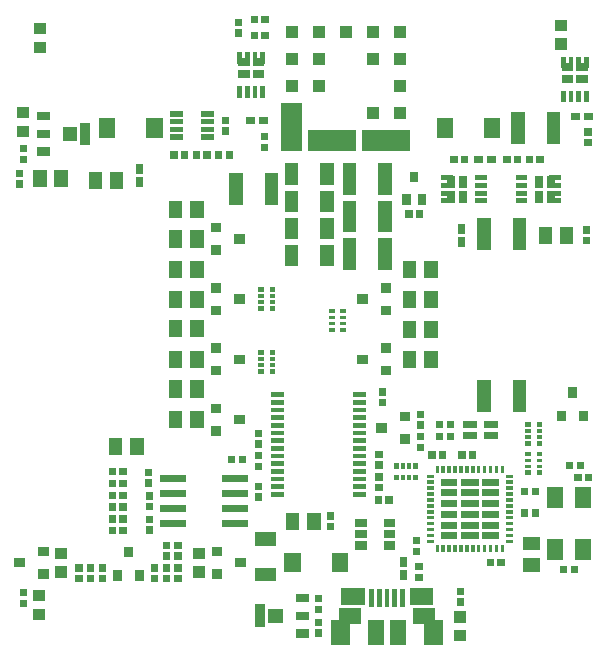
<source format=gbr>
G04 start of page 12 for group -4015 idx -4015 *
G04 Title: (unknown), toppaste *
G04 Creator: pcb 20140316 *
G04 CreationDate: Wed 10 Jul 2019 18:35:36 GMT UTC *
G04 For: kier *
G04 Format: Gerber/RS-274X *
G04 PCB-Dimensions (mil): 2755.91 2913.39 *
G04 PCB-Coordinate-Origin: lower left *
%MOIN*%
%FSLAX25Y25*%
%LNTOPPASTE*%
%ADD166R,0.0575X0.0575*%
%ADD165R,0.0531X0.0531*%
%ADD164R,0.0640X0.0640*%
%ADD163R,0.0541X0.0541*%
%ADD162R,0.0315X0.0315*%
%ADD161R,0.0236X0.0236*%
%ADD160R,0.0118X0.0118*%
%ADD159R,0.0177X0.0177*%
%ADD158R,0.0354X0.0354*%
%ADD157R,0.0697X0.0697*%
%ADD156C,0.0001*%
%ADD155R,0.0157X0.0157*%
%ADD154R,0.0276X0.0276*%
%ADD153R,0.0374X0.0374*%
%ADD152R,0.0551X0.0551*%
%ADD151R,0.0453X0.0453*%
%ADD150R,0.0244X0.0244*%
G54D150*X162791Y88583D02*X162799D01*
X166335D02*X166343D01*
X162992Y100201D02*Y100193D01*
Y103744D02*Y103736D01*
Y96264D02*Y96256D01*
Y92720D02*Y92713D01*
X164173Y124610D02*Y124602D01*
Y121067D02*Y121059D01*
G54D151*X209449Y215650D02*Y209547D01*
X221260Y215650D02*Y209547D01*
G54D152*X200787Y213071D02*Y212126D01*
X185039Y213071D02*Y212126D01*
G54D153*X223524Y246850D02*X223720D01*
X223524Y240551D02*X223720D01*
X49902Y239370D02*X50098D01*
X49902Y245669D02*X50098D01*
G54D150*X205705Y201969D02*X205713D01*
X209248D02*X209256D01*
X176571Y183858D02*X176579D01*
X173028D02*X173035D01*
G54D154*X172244Y189173D02*Y188386D01*
X177362Y189173D02*Y188386D01*
X174803Y196654D02*Y195866D01*
G54D150*X216728Y201969D02*X216736D01*
X213185D02*X213193D01*
G54D155*X195827Y188287D02*X198150D01*
X195827Y190846D02*X198150D01*
X195827Y193406D02*X198150D01*
X195827Y195965D02*X198150D01*
X184528D02*X186850D01*
X184528Y193406D02*X186850D01*
X184528Y190846D02*X186850D01*
X184528Y188287D02*X186850D01*
G54D154*X191161Y190236D02*Y189104D01*
Y195148D02*Y194016D01*
X187126Y190236D02*Y189104D01*
Y195148D02*Y194016D01*
G54D155*X209331Y195965D02*X211654D01*
X209331Y193406D02*X211654D01*
X209331Y190846D02*X211654D01*
X209331Y188287D02*X211654D01*
X220630D02*X222953D01*
X220630Y190846D02*X222953D01*
X220630Y193406D02*X222953D01*
X220630Y195965D02*X222953D01*
G54D154*X216319Y195148D02*Y194016D01*
Y190236D02*Y189104D01*
X220354Y195148D02*Y194016D01*
Y190236D02*Y189104D01*
G54D150*X232677Y207681D02*Y207673D01*
Y211224D02*Y211217D01*
G54D155*X224508Y224252D02*Y221929D01*
X227067Y224252D02*Y221929D01*
X229626Y224252D02*Y221929D01*
X232185Y224252D02*Y221929D01*
Y235551D02*Y233228D01*
X229626Y235551D02*Y233228D01*
X227067Y235551D02*Y233228D01*
X224508Y235551D02*Y233228D01*
G54D154*X225325Y228917D02*X226457D01*
X230236D02*X231368D01*
X225325Y232953D02*X226457D01*
X230236D02*X231368D01*
G54D150*X124803Y206106D02*Y206098D01*
Y209650D02*Y209642D01*
X124996Y248819D02*X125004D01*
X121453D02*X121461D01*
X121453Y243307D02*X121461D01*
X124996D02*X125004D01*
X116142Y247839D02*Y247831D01*
Y244295D02*Y244287D01*
G54D156*G36*
X167933Y246476D02*Y242500D01*
X171909D01*
Y246476D01*
X167933D01*
G37*
G36*
X158917D02*Y242500D01*
X162894D01*
Y246476D01*
X158917D01*
G37*
G36*
X149902D02*Y242500D01*
X153878D01*
Y246476D01*
X149902D01*
G37*
G36*
X140925D02*Y242500D01*
X144902D01*
Y246476D01*
X140925D01*
G37*
G36*
X131909D02*Y242500D01*
X135886D01*
Y246476D01*
X131909D01*
G37*
G36*
X167933Y237461D02*Y233484D01*
X171909D01*
Y237461D01*
X167933D01*
G37*
G36*
X158917D02*Y233484D01*
X162894D01*
Y237461D01*
X158917D01*
G37*
G36*
X140925D02*Y233484D01*
X144902D01*
Y237461D01*
X140925D01*
G37*
G36*
X131909D02*Y233484D01*
X135886D01*
Y237461D01*
X131909D01*
G37*
G36*
X167933Y228445D02*Y224469D01*
X171909D01*
Y228445D01*
X167933D01*
G37*
G36*
X140925D02*Y224469D01*
X144902D01*
Y228445D01*
X140925D01*
G37*
G36*
X131909D02*Y224469D01*
X135886D01*
Y228445D01*
X131909D01*
G37*
G36*
X167933Y219469D02*Y215492D01*
X171909D01*
Y219469D01*
X167933D01*
G37*
G36*
X158917D02*Y215492D01*
X162894D01*
Y219469D01*
X158917D01*
G37*
G54D157*X160866Y208465D02*X169921D01*
X142874D02*X151929D01*
X133898Y217480D02*Y208425D01*
G54D150*X44488Y202169D02*Y202161D01*
Y205713D02*Y205705D01*
G54D153*X44390Y217717D02*X44587D01*
X44390Y211417D02*X44587D01*
G54D154*X50295Y216535D02*X51870D01*
X50295Y210630D02*X51870D01*
X50295Y204724D02*X51870D01*
G54D158*X65059Y212598D02*Y208661D01*
G54D156*G36*
X57579Y212992D02*Y208268D01*
X62303D01*
Y212992D01*
X57579D01*
G37*
G54D159*X104626Y209547D02*X107185D01*
X104626Y212106D02*X107185D01*
X104626Y214665D02*X107185D01*
X104626Y217224D02*X107185D01*
X94390Y209547D02*X96949D01*
X94390Y212106D02*X96949D01*
X94390Y214665D02*X96949D01*
X94390Y217224D02*X96949D01*
G54D152*X88189Y213071D02*Y212126D01*
X72441Y213071D02*Y212126D01*
G54D155*X116634Y225827D02*Y223504D01*
X119193Y225827D02*Y223504D01*
X121752Y225827D02*Y223504D01*
X124311Y225827D02*Y223504D01*
Y237126D02*Y234803D01*
X121752Y237126D02*Y234803D01*
X119193Y237126D02*Y234803D01*
X116634Y237126D02*Y234803D01*
G54D154*X117451Y230492D02*X118583D01*
X122362D02*X123494D01*
X117451Y234528D02*X118583D01*
X122362D02*X123494D01*
G54D155*X127756Y123720D02*X130512D01*
X127756Y121161D02*X130512D01*
X127756Y118602D02*X130512D01*
X127756Y116043D02*X130512D01*
X127756Y113484D02*X130512D01*
X127756Y110925D02*X130512D01*
X127756Y108366D02*X130512D01*
X127756Y105807D02*X130512D01*
X127756Y103248D02*X130512D01*
X127756Y100689D02*X130512D01*
X127756Y98130D02*X130512D01*
X127756Y95571D02*X130512D01*
X127756Y93012D02*X130512D01*
X127756Y90453D02*X130512D01*
X155315Y123720D02*X158071D01*
X155315Y121161D02*X158071D01*
X155315Y118602D02*X158071D01*
X155315Y116043D02*X158071D01*
X155315Y113484D02*X158071D01*
X155315Y110925D02*X158071D01*
X155315Y108366D02*X158071D01*
X155315Y105807D02*X158071D01*
X155315Y103248D02*X158071D01*
X155315Y100689D02*X158071D01*
X155315Y98130D02*X158071D01*
X155315Y95571D02*X158071D01*
X155315Y93012D02*X158071D01*
X155315Y90453D02*X158071D01*
X147047Y151575D02*X147441D01*
G54D160*X146850Y149409D02*X147638D01*
X146850Y147441D02*X147638D01*
G54D155*X147047Y145276D02*X147441D01*
X150984Y151575D02*X151378D01*
G54D160*X150787Y149409D02*X151575D01*
X150787Y147441D02*X151575D01*
G54D155*X150984Y145276D02*X151378D01*
G54D150*X187988Y201969D02*X187996D01*
X191531D02*X191539D01*
G54D161*X200197D02*X200984D01*
X195866D02*X196654D01*
X228150Y216535D02*X228937D01*
X232480D02*X233268D01*
X119882Y214961D02*X120669D01*
X124213D02*X125000D01*
G54D155*X127362Y131496D02*X127756D01*
G54D160*X127165Y133661D02*X127953D01*
X127165Y135630D02*X127953D01*
G54D155*X127362Y137795D02*X127756D01*
X123425Y131496D02*X123819D01*
G54D160*X123228Y133661D02*X124016D01*
X123228Y135630D02*X124016D01*
G54D155*X123425Y137795D02*X123819D01*
X127362Y152362D02*X127756D01*
G54D160*X127165Y154528D02*X127953D01*
X127165Y156496D02*X127953D01*
G54D155*X127362Y158661D02*X127756D01*
X123425Y152362D02*X123819D01*
G54D160*X123228Y154528D02*X124016D01*
X123228Y156496D02*X124016D01*
G54D155*X123425Y158661D02*X123819D01*
G54D150*X122835Y110831D02*Y110823D01*
Y107287D02*Y107280D01*
Y99807D02*Y99799D01*
Y103350D02*Y103343D01*
G54D151*X145669Y171358D02*Y168799D01*
X133858Y171358D02*Y168799D01*
X145669Y180413D02*Y177854D01*
X133858Y180413D02*Y177854D01*
X145669Y189469D02*Y186909D01*
X133858Y189469D02*Y186909D01*
X145669Y198524D02*Y195965D01*
X133858Y198524D02*Y195965D01*
X153150Y186122D02*Y180020D01*
X164961Y186122D02*Y180020D01*
X153150Y198720D02*Y192618D01*
X164961Y198720D02*Y192618D01*
X153150Y173524D02*Y167421D01*
X164961Y173524D02*Y167421D01*
G54D150*X111811Y211618D02*Y211610D01*
Y215161D02*Y215154D01*
G54D151*X209843Y126280D02*Y120177D01*
X198031Y126280D02*Y120177D01*
G54D161*X190551Y175000D02*Y174213D01*
Y179331D02*Y178543D01*
G54D150*X232283Y175004D02*Y174996D01*
Y178547D02*Y178539D01*
G54D151*X218504Y177362D02*Y176181D01*
X225591Y177362D02*Y176181D01*
X209843Y180217D02*Y174114D01*
X198031Y180217D02*Y174114D01*
G54D162*X165157Y131693D02*X165551D01*
X165157Y139173D02*X165551D01*
X157283Y135433D02*X157677D01*
X165157Y151772D02*X165551D01*
X165157Y159252D02*X165551D01*
X157283Y155512D02*X157677D01*
G54D151*X173228Y136024D02*Y134843D01*
X180315Y136024D02*Y134843D01*
X173228Y145866D02*Y144685D01*
X180315Y145866D02*Y144685D01*
X173228Y156102D02*Y154921D01*
X180315Y156102D02*Y154921D01*
X173228Y165945D02*Y164764D01*
X180315Y165945D02*Y164764D01*
X115354Y195177D02*Y189075D01*
X127165Y195177D02*Y189075D01*
G54D150*X102161Y203543D02*X102169D01*
X105705D02*X105713D01*
X98224D02*X98232D01*
X94681D02*X94689D01*
X109642D02*X109650D01*
X113185D02*X113193D01*
X43307Y197445D02*Y197437D01*
Y193902D02*Y193894D01*
G54D151*X57087Y196260D02*Y195079D01*
X50000Y196260D02*Y195079D01*
G54D162*X108465Y119094D02*X108858D01*
X108465Y111614D02*X108858D01*
X116339Y115354D02*X116732D01*
G54D151*X75197Y106890D02*Y105709D01*
X82283Y106890D02*Y105709D01*
G54D162*X108465Y159252D02*X108858D01*
X108465Y151772D02*X108858D01*
X116339Y155512D02*X116732D01*
X108465Y179331D02*X108858D01*
X108465Y171850D02*X108858D01*
X116339Y175591D02*X116732D01*
X108465Y139173D02*X108858D01*
X108465Y131693D02*X108858D01*
X116339Y135433D02*X116732D01*
G54D151*X95276Y176181D02*Y175000D01*
X102362Y176181D02*Y175000D01*
X95276Y186024D02*Y184843D01*
X102362Y186024D02*Y184843D01*
X95276Y115945D02*Y114764D01*
X102362Y115945D02*Y114764D01*
X95276Y126181D02*Y125000D01*
X102362Y126181D02*Y125000D01*
X95276Y136024D02*Y134843D01*
X102362Y136024D02*Y134843D01*
X95276Y146260D02*Y145079D01*
X102362Y146260D02*Y145079D01*
X95276Y156102D02*Y154921D01*
X102362Y156102D02*Y154921D01*
X95276Y165945D02*Y164764D01*
X102362Y165945D02*Y164764D01*
G54D161*X83071Y195000D02*Y194213D01*
Y199331D02*Y198543D01*
G54D151*X68504Y195787D02*Y194606D01*
X75591Y195787D02*Y194606D01*
G54D162*X171457Y108858D02*X171850D01*
X171457Y116339D02*X171850D01*
X163583Y112598D02*X163976D01*
G54D150*X176772Y117130D02*Y117122D01*
Y113587D02*Y113579D01*
Y109650D02*Y109642D01*
Y106106D02*Y106098D01*
X184248Y103543D02*X184256D01*
X180705D02*X180713D01*
X175591Y75004D02*Y74996D01*
Y71461D02*Y71453D01*
X200193Y67717D02*X200201D01*
X203736D02*X203744D01*
X74209Y78346D02*X74217D01*
X77752D02*X77760D01*
G54D151*X134252Y82087D02*Y80906D01*
X141339Y82087D02*Y80906D01*
G54D150*X146850Y83272D02*Y83264D01*
Y79728D02*Y79720D01*
X194287Y103543D02*X194295D01*
X190744D02*X190752D01*
X230114Y100000D02*X230122D01*
X226571D02*X226579D01*
G54D154*X156496Y80906D02*X157677D01*
X156496Y77165D02*X157677D01*
X156496Y73425D02*X157677D01*
X165945D02*X167126D01*
X165945Y77165D02*X167126D01*
X165945Y80906D02*X167126D01*
G54D152*X221654Y90157D02*Y88583D01*
Y72835D02*Y71260D01*
X231102Y72835D02*Y71260D01*
Y90157D02*Y88583D01*
G54D162*X223819Y116732D02*Y116339D01*
X231299Y116732D02*Y116339D01*
X227559Y124606D02*Y124213D01*
G54D150*X77752Y86220D02*X77760D01*
X74209D02*X74217D01*
X74209Y82283D02*X74217D01*
X77752D02*X77760D01*
X77752Y90157D02*X77760D01*
X74209D02*X74217D01*
G54D153*X56988Y64567D02*X57185D01*
X56988Y70866D02*X57185D01*
G54D162*X50984Y63976D02*X51378D01*
X50984Y71457D02*X51378D01*
X43110Y67717D02*X43504D01*
G54D150*X117516Y101969D02*X117524D01*
X113972D02*X113980D01*
X86220Y94295D02*Y94287D01*
Y97839D02*Y97831D01*
X86614Y82091D02*Y82083D01*
Y78547D02*Y78539D01*
Y89965D02*Y89957D01*
Y86421D02*Y86413D01*
X122835Y89571D02*Y89563D01*
Y93114D02*Y93106D01*
G54D161*X91339Y95689D02*X97638D01*
X91339Y90689D02*X97638D01*
X91339Y85689D02*X97638D01*
X91339Y80689D02*X97638D01*
X111811D02*X118110D01*
X111811Y85689D02*X118110D01*
X111811Y90689D02*X118110D01*
X111811Y95689D02*X118110D01*
G54D150*X74209Y94094D02*X74217D01*
X77752D02*X77760D01*
G54D155*X212402Y103937D02*X212795D01*
G54D160*X212205Y101772D02*X212992D01*
X212205Y99803D02*X212992D01*
G54D155*X212402Y97638D02*X212795D01*
X216339Y103937D02*X216732D01*
G54D160*X216142Y101772D02*X216929D01*
X216142Y99803D02*X216929D01*
G54D155*X216339Y97638D02*X216732D01*
X175197Y100197D02*Y99803D01*
G54D160*X173031Y100394D02*Y99606D01*
X171063Y100394D02*Y99606D01*
G54D155*X168898Y100197D02*Y99803D01*
X175197Y96260D02*Y95866D01*
G54D160*X173031Y96457D02*Y95669D01*
X171063Y96457D02*Y95669D01*
G54D155*X168898Y96260D02*Y95866D01*
G54D160*X205906Y74803D02*X207087D01*
X205906Y76772D02*X207087D01*
X205906Y78740D02*X207087D01*
X205906Y80709D02*X207087D01*
X205906Y82677D02*X207087D01*
X205906Y84646D02*X207087D01*
X205906Y86614D02*X207087D01*
X205906Y88583D02*X207087D01*
X205906Y90551D02*X207087D01*
X205906Y92520D02*X207087D01*
X205906Y94488D02*X207087D01*
X205906Y96457D02*X207087D01*
X204134Y99409D02*Y98228D01*
X202165Y99409D02*Y98228D01*
X200197Y99409D02*Y98228D01*
X198228Y99409D02*Y98228D01*
X196260Y99409D02*Y98228D01*
X194291Y99409D02*Y98228D01*
X192323Y99409D02*Y98228D01*
X190354Y99409D02*Y98228D01*
X188386Y99409D02*Y98228D01*
X186417Y99409D02*Y98228D01*
X184449Y99409D02*Y98228D01*
X182480Y99409D02*Y98228D01*
X179528Y74803D02*X180709D01*
X179528Y76772D02*X180709D01*
X179528Y78740D02*X180709D01*
X179528Y80709D02*X180709D01*
X179528Y82677D02*X180709D01*
X179528Y84646D02*X180709D01*
X179528Y86614D02*X180709D01*
X179528Y88583D02*X180709D01*
X179528Y90551D02*X180709D01*
X179528Y92520D02*X180709D01*
X179528Y94488D02*X180709D01*
X179528Y96457D02*X180709D01*
X204134Y73031D02*Y71850D01*
X202165Y73031D02*Y71850D01*
X200197Y73031D02*Y71850D01*
X198228Y73031D02*Y71850D01*
X196260Y73031D02*Y71850D01*
X194291Y73031D02*Y71850D01*
X192323Y73031D02*Y71850D01*
X190354Y73031D02*Y71850D01*
X188386Y73031D02*Y71850D01*
X186417Y73031D02*Y71850D01*
X184449Y73031D02*Y71850D01*
X182480Y73031D02*Y71850D01*
G54D161*X198622Y76772D02*X201772D01*
X198622Y80118D02*X201772D01*
X198622Y83858D02*X201772D01*
X198622Y87402D02*X201772D01*
X198622Y91142D02*X201772D01*
X198622Y94488D02*X201772D01*
X191535Y76772D02*X195079D01*
X191535Y80118D02*X195079D01*
X191535Y83858D02*X195079D01*
X191535Y87402D02*X195079D01*
X191535Y91142D02*X195079D01*
X191535Y94488D02*X195079D01*
X184843Y76772D02*X187992D01*
X184843Y80118D02*X187992D01*
X184843Y83858D02*X187992D01*
X184843Y87402D02*X187992D01*
X184843Y91142D02*X187992D01*
X184843Y94488D02*X187992D01*
G54D155*X212402Y113780D02*X212795D01*
G54D160*X212205Y111614D02*X212992D01*
X212205Y109646D02*X212992D01*
G54D155*X212402Y107480D02*X212795D01*
X216339Y113780D02*X216732D01*
G54D160*X216142Y111614D02*X216929D01*
X216142Y109646D02*X216929D01*
G54D155*X216339Y107480D02*X216732D01*
G54D150*X77752Y98031D02*X77760D01*
X74209D02*X74217D01*
X232870Y96063D02*X232878D01*
X229327D02*X229335D01*
X224602Y65354D02*X224610D01*
X228146D02*X228154D01*
X215154Y84252D02*X215161D01*
X211610D02*X211618D01*
G54D161*X199213Y113681D02*X201575D01*
X192126D02*X194488D01*
X192126Y109941D02*X194488D01*
X199213D02*X201575D01*
G54D150*X183264Y113780D02*X183272D01*
X186807D02*X186815D01*
X183264Y109843D02*X183272D01*
X186807D02*X186815D01*
X142913Y44295D02*Y44287D01*
Y47839D02*Y47831D01*
Y55713D02*Y55705D01*
Y52169D02*Y52161D01*
G54D153*X49508Y56693D02*X49705D01*
X49508Y50394D02*X49705D01*
G54D150*X176378Y66343D02*Y66335D01*
Y62799D02*Y62791D01*
G54D153*X103051Y70866D02*X103248D01*
X103051Y64567D02*X103248D01*
X190059Y43307D02*X190256D01*
X190059Y49606D02*X190256D01*
G54D150*X190157Y58075D02*Y58067D01*
Y54531D02*Y54524D01*
G54D151*X213189Y66929D02*X214370D01*
X213189Y74016D02*X214370D01*
G54D163*X162059Y45720D02*Y42862D01*
X169437Y45720D02*Y42862D01*
G54D164*X150248Y45224D02*Y43354D01*
X181248Y45224D02*Y43354D01*
G54D165*X152512Y49902D02*X154382D01*
X177114D02*X178984D01*
G54D166*X153268Y56417D02*X155394D01*
X176102D02*X178228D01*
G54D155*X170866Y58268D02*Y53543D01*
X168307Y58268D02*Y53543D01*
X165748Y58268D02*Y53543D01*
X163189Y58268D02*Y53543D01*
X160630Y58268D02*Y53543D01*
G54D161*X171260Y63976D02*Y63189D01*
Y68307D02*Y67520D01*
G54D154*X136614Y44094D02*X138189D01*
X136614Y50000D02*X138189D01*
X136614Y55906D02*X138189D01*
G54D158*X123425Y51969D02*Y48031D01*
G54D156*G36*
X126181Y52362D02*Y47638D01*
X130906D01*
Y52362D01*
X126181D01*
G37*
G54D150*X44488Y54138D02*Y54130D01*
Y57681D02*Y57673D01*
G54D162*X108858Y71457D02*X109252D01*
X108858Y63976D02*X109252D01*
X116732Y67717D02*X117126D01*
G54D152*X134252Y68189D02*Y67244D01*
X150000Y68189D02*Y67244D01*
G54D151*X123917Y63780D02*X126476D01*
X123917Y75591D02*X126476D01*
G54D150*X96063Y73429D02*Y73421D01*
Y69886D02*Y69878D01*
Y62406D02*Y62398D01*
Y65949D02*Y65941D01*
X92126Y73429D02*Y73421D01*
Y69886D02*Y69878D01*
X62992Y62406D02*Y62398D01*
Y65949D02*Y65941D01*
G54D162*X75787Y63583D02*Y63189D01*
X83268Y63583D02*Y63189D01*
X79528Y71457D02*Y71063D01*
G54D150*X88189Y65949D02*Y65941D01*
Y62406D02*Y62398D01*
X70866Y65949D02*Y65941D01*
Y62406D02*Y62398D01*
X66929Y62406D02*Y62398D01*
Y65949D02*Y65941D01*
X92126Y62406D02*Y62398D01*
Y65949D02*Y65941D01*
X215154Y91339D02*X215161D01*
X211610D02*X211618D01*
M02*

</source>
